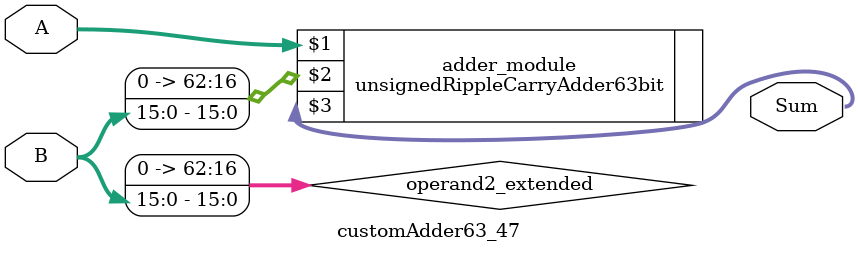
<source format=v>
module customAdder63_47(
                        input [62 : 0] A,
                        input [15 : 0] B,
                        
                        output [63 : 0] Sum
                );

        wire [62 : 0] operand2_extended;
        
        assign operand2_extended =  {47'b0, B};
        
        unsignedRippleCarryAdder63bit adder_module(
            A,
            operand2_extended,
            Sum
        );
        
        endmodule
        
</source>
